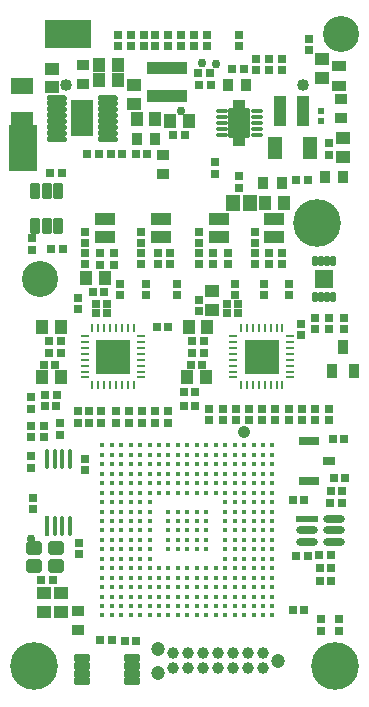
<source format=gts>
G04*
G04 #@! TF.GenerationSoftware,Altium Limited,Altium Designer,22.8.2 (66)*
G04*
G04 Layer_Color=8388736*
%FSLAX25Y25*%
%MOIN*%
G70*
G04*
G04 #@! TF.SameCoordinates,FBB38BD8-B248-4C14-88E0-E7BD1AE39475*
G04*
G04*
G04 #@! TF.FilePolarity,Negative*
G04*
G01*
G75*
%ADD36C,0.01575*%
%ADD42R,0.04545X0.05339*%
%ADD45R,0.02362X0.02165*%
G04:AMPARAMS|DCode=46|XSize=65.17mil|YSize=14.99mil|CornerRadius=7.5mil|HoleSize=0mil|Usage=FLASHONLY|Rotation=90.000|XOffset=0mil|YOffset=0mil|HoleType=Round|Shape=RoundedRectangle|*
%AMROUNDEDRECTD46*
21,1,0.06517,0.00000,0,0,90.0*
21,1,0.05018,0.01499,0,0,90.0*
1,1,0.01499,0.00000,0.02509*
1,1,0.01499,0.00000,-0.02509*
1,1,0.01499,0.00000,-0.02509*
1,1,0.01499,0.00000,0.02509*
%
%ADD46ROUNDEDRECTD46*%
%ADD47R,0.01499X0.06517*%
G04:AMPARAMS|DCode=48|XSize=9.84mil|YSize=23.62mil|CornerRadius=1.97mil|HoleSize=0mil|Usage=FLASHONLY|Rotation=180.000|XOffset=0mil|YOffset=0mil|HoleType=Round|Shape=RoundedRectangle|*
%AMROUNDEDRECTD48*
21,1,0.00984,0.01968,0,0,180.0*
21,1,0.00591,0.02362,0,0,180.0*
1,1,0.00394,-0.00295,0.00984*
1,1,0.00394,0.00295,0.00984*
1,1,0.00394,0.00295,-0.00984*
1,1,0.00394,-0.00295,-0.00984*
%
%ADD48ROUNDEDRECTD48*%
G04:AMPARAMS|DCode=49|XSize=23.62mil|YSize=9.84mil|CornerRadius=1.97mil|HoleSize=0mil|Usage=FLASHONLY|Rotation=180.000|XOffset=0mil|YOffset=0mil|HoleType=Round|Shape=RoundedRectangle|*
%AMROUNDEDRECTD49*
21,1,0.02362,0.00591,0,0,180.0*
21,1,0.01968,0.00984,0,0,180.0*
1,1,0.00394,-0.00984,0.00295*
1,1,0.00394,0.00984,0.00295*
1,1,0.00394,0.00984,-0.00295*
1,1,0.00394,-0.00984,-0.00295*
%
%ADD49ROUNDEDRECTD49*%
%ADD54R,0.13386X0.03858*%
%ADD57R,0.07301X0.02410*%
G04:AMPARAMS|DCode=58|XSize=73.01mil|YSize=24.1mil|CornerRadius=12.05mil|HoleSize=0mil|Usage=FLASHONLY|Rotation=0.000|XOffset=0mil|YOffset=0mil|HoleType=Round|Shape=RoundedRectangle|*
%AMROUNDEDRECTD58*
21,1,0.07301,0.00000,0,0,0.0*
21,1,0.04891,0.02410,0,0,0.0*
1,1,0.02410,0.02445,0.00000*
1,1,0.02410,-0.02445,0.00000*
1,1,0.02410,-0.02445,0.00000*
1,1,0.02410,0.02445,0.00000*
%
%ADD58ROUNDEDRECTD58*%
%ADD60R,0.04331X0.03150*%
%ADD61R,0.06693X0.03150*%
G04:AMPARAMS|DCode=66|XSize=33.59mil|YSize=55.24mil|CornerRadius=5.92mil|HoleSize=0mil|Usage=FLASHONLY|Rotation=180.000|XOffset=0mil|YOffset=0mil|HoleType=Round|Shape=RoundedRectangle|*
%AMROUNDEDRECTD66*
21,1,0.03359,0.04341,0,0,180.0*
21,1,0.02175,0.05524,0,0,180.0*
1,1,0.01184,-0.01088,0.02170*
1,1,0.01184,0.01088,0.02170*
1,1,0.01184,0.01088,-0.02170*
1,1,0.01184,-0.01088,-0.02170*
%
%ADD66ROUNDEDRECTD66*%
%ADD67R,0.07690X0.05524*%
%ADD68R,0.02756X0.02913*%
%ADD69R,0.02913X0.02756*%
G04:AMPARAMS|DCode=70|XSize=51.31mil|YSize=47.37mil|CornerRadius=6.36mil|HoleSize=0mil|Usage=FLASHONLY|Rotation=180.000|XOffset=0mil|YOffset=0mil|HoleType=Round|Shape=RoundedRectangle|*
%AMROUNDEDRECTD70*
21,1,0.05131,0.03465,0,0,180.0*
21,1,0.03858,0.04737,0,0,180.0*
1,1,0.01272,-0.01929,0.01732*
1,1,0.01272,0.01929,0.01732*
1,1,0.01272,0.01929,-0.01732*
1,1,0.01272,-0.01929,-0.01732*
%
%ADD70ROUNDEDRECTD70*%
%ADD71R,0.02800X0.02500*%
%ADD72R,0.09200X0.15200*%
%ADD73R,0.15200X0.09200*%
%ADD74R,0.02769X0.02965*%
%ADD75R,0.04540X0.04147*%
%ADD76R,0.04540X0.03753*%
%ADD77C,0.03950*%
%ADD78R,0.02500X0.02800*%
%ADD79R,0.03700X0.05100*%
%ADD80R,0.02965X0.02769*%
%ADD81R,0.04147X0.04540*%
G04:AMPARAMS|DCode=82|XSize=114.17mil|YSize=114.17mil|CornerRadius=1.71mil|HoleSize=0mil|Usage=FLASHONLY|Rotation=180.000|XOffset=0mil|YOffset=0mil|HoleType=Round|Shape=RoundedRectangle|*
%AMROUNDEDRECTD82*
21,1,0.11417,0.11075,0,0,180.0*
21,1,0.11075,0.11417,0,0,180.0*
1,1,0.00343,-0.05537,0.05537*
1,1,0.00343,0.05537,0.05537*
1,1,0.00343,0.05537,-0.05537*
1,1,0.00343,-0.05537,-0.05537*
%
%ADD82ROUNDEDRECTD82*%
G04:AMPARAMS|DCode=83|XSize=70.47mil|YSize=100mil|CornerRadius=4.71mil|HoleSize=0mil|Usage=FLASHONLY|Rotation=0.000|XOffset=0mil|YOffset=0mil|HoleType=Round|Shape=RoundedRectangle|*
%AMROUNDEDRECTD83*
21,1,0.07047,0.09059,0,0,0.0*
21,1,0.06106,0.10000,0,0,0.0*
1,1,0.00941,0.03053,-0.04530*
1,1,0.00941,-0.03053,-0.04530*
1,1,0.00941,-0.03053,0.04530*
1,1,0.00941,0.03053,0.04530*
%
%ADD83ROUNDEDRECTD83*%
G04:AMPARAMS|DCode=84|XSize=16.54mil|YSize=38.98mil|CornerRadius=4.74mil|HoleSize=0mil|Usage=FLASHONLY|Rotation=90.000|XOffset=0mil|YOffset=0mil|HoleType=Round|Shape=RoundedRectangle|*
%AMROUNDEDRECTD84*
21,1,0.01654,0.02950,0,0,90.0*
21,1,0.00706,0.03898,0,0,90.0*
1,1,0.00948,0.01475,0.00353*
1,1,0.00948,0.01475,-0.00353*
1,1,0.00948,-0.01475,-0.00353*
1,1,0.00948,-0.01475,0.00353*
%
%ADD84ROUNDEDRECTD84*%
%ADD85R,0.03753X0.04343*%
%ADD86R,0.04343X0.03753*%
%ADD87R,0.04147X0.09855*%
G04:AMPARAMS|DCode=88|XSize=65.09mil|YSize=19.02mil|CornerRadius=5.38mil|HoleSize=0mil|Usage=FLASHONLY|Rotation=0.000|XOffset=0mil|YOffset=0mil|HoleType=Round|Shape=RoundedRectangle|*
%AMROUNDEDRECTD88*
21,1,0.06509,0.00827,0,0,0.0*
21,1,0.05433,0.01902,0,0,0.0*
1,1,0.01076,0.02717,-0.00413*
1,1,0.01076,-0.02717,-0.00413*
1,1,0.01076,-0.02717,0.00413*
1,1,0.01076,0.02717,0.00413*
%
%ADD88ROUNDEDRECTD88*%
%ADD89R,0.07300X0.12001*%
%ADD90C,0.12000*%
G04:AMPARAMS|DCode=91|XSize=35.95mil|YSize=18.63mil|CornerRadius=7.72mil|HoleSize=0mil|Usage=FLASHONLY|Rotation=270.000|XOffset=0mil|YOffset=0mil|HoleType=Round|Shape=RoundedRectangle|*
%AMROUNDEDRECTD91*
21,1,0.03595,0.00319,0,0,270.0*
21,1,0.02051,0.01863,0,0,270.0*
1,1,0.01544,-0.00160,-0.01026*
1,1,0.01544,-0.00160,0.01026*
1,1,0.01544,0.00160,0.01026*
1,1,0.01544,0.00160,-0.01026*
%
%ADD91ROUNDEDRECTD91*%
%ADD92R,0.06312X0.05918*%
G04:AMPARAMS|DCode=93|XSize=25.72mil|YSize=53.28mil|CornerRadius=5.95mil|HoleSize=0mil|Usage=FLASHONLY|Rotation=270.000|XOffset=0mil|YOffset=0mil|HoleType=Round|Shape=RoundedRectangle|*
%AMROUNDEDRECTD93*
21,1,0.02572,0.04138,0,0,270.0*
21,1,0.01382,0.05328,0,0,270.0*
1,1,0.01190,-0.02069,-0.00691*
1,1,0.01190,-0.02069,0.00691*
1,1,0.01190,0.02069,0.00691*
1,1,0.01190,0.02069,-0.00691*
%
%ADD93ROUNDEDRECTD93*%
%ADD94R,0.03359X0.04147*%
%ADD95C,0.04137*%
%ADD96R,0.04964X0.07700*%
%ADD97R,0.03600X0.04200*%
%ADD98R,0.01902X0.03556*%
%ADD99C,0.04737*%
%ADD100C,0.04016*%
%ADD101C,0.15948*%
%ADD102C,0.03000*%
D36*
X32677Y83465D02*
D03*
X35827D02*
D03*
X38976D02*
D03*
X42126D02*
D03*
X45276D02*
D03*
X48425D02*
D03*
X51575D02*
D03*
X54724D02*
D03*
X57874D02*
D03*
X61024D02*
D03*
X64173D02*
D03*
X67323D02*
D03*
X70472D02*
D03*
X73622D02*
D03*
X76772D02*
D03*
X79921D02*
D03*
X83071D02*
D03*
X86221D02*
D03*
X89370D02*
D03*
X32677Y80315D02*
D03*
X35827D02*
D03*
X38976D02*
D03*
X42126D02*
D03*
X45276D02*
D03*
X48425D02*
D03*
X51575D02*
D03*
X54724D02*
D03*
X57874D02*
D03*
X61024D02*
D03*
X64173D02*
D03*
X67323D02*
D03*
X70472D02*
D03*
X73622D02*
D03*
X76772D02*
D03*
X79921D02*
D03*
X83071D02*
D03*
X86221D02*
D03*
X89370D02*
D03*
X32677Y77165D02*
D03*
X35827D02*
D03*
X38976D02*
D03*
X42126D02*
D03*
X45276D02*
D03*
X48425D02*
D03*
X51575D02*
D03*
X54724D02*
D03*
X57874D02*
D03*
X61024D02*
D03*
X64173D02*
D03*
X67323D02*
D03*
X70472D02*
D03*
X73622D02*
D03*
X76772D02*
D03*
X79921D02*
D03*
X83071D02*
D03*
X86221D02*
D03*
X89370D02*
D03*
X32677Y74016D02*
D03*
X35827D02*
D03*
X38976D02*
D03*
X42126D02*
D03*
X45276D02*
D03*
X48425D02*
D03*
X51575D02*
D03*
X54724D02*
D03*
X57874D02*
D03*
X61024D02*
D03*
X64173D02*
D03*
X67323D02*
D03*
X70472D02*
D03*
X73622D02*
D03*
X76772D02*
D03*
X79921D02*
D03*
X83071D02*
D03*
X86221D02*
D03*
X89370D02*
D03*
X32677Y70866D02*
D03*
X35827D02*
D03*
X38976D02*
D03*
X42126D02*
D03*
X45276D02*
D03*
X48425D02*
D03*
X51575D02*
D03*
X54724D02*
D03*
X57874D02*
D03*
X61024D02*
D03*
X64173D02*
D03*
X67323D02*
D03*
X70472D02*
D03*
X73622D02*
D03*
X76772D02*
D03*
X79921D02*
D03*
X83071D02*
D03*
X86221D02*
D03*
X89370D02*
D03*
X32677Y67716D02*
D03*
X35827D02*
D03*
X38976D02*
D03*
X42126D02*
D03*
X45276D02*
D03*
X48425D02*
D03*
X51575D02*
D03*
X54724D02*
D03*
X57874D02*
D03*
X61024D02*
D03*
X64173D02*
D03*
X67323D02*
D03*
X70472D02*
D03*
X73622D02*
D03*
X76772D02*
D03*
X79921D02*
D03*
X83071D02*
D03*
X86221D02*
D03*
X89370D02*
D03*
X32677Y64567D02*
D03*
X35827D02*
D03*
X38976D02*
D03*
X42126D02*
D03*
X45276D02*
D03*
X48425D02*
D03*
X73622D02*
D03*
X76772D02*
D03*
X79921D02*
D03*
X83071D02*
D03*
X86221D02*
D03*
X89370D02*
D03*
X32677Y61417D02*
D03*
X35827D02*
D03*
X38976D02*
D03*
X42126D02*
D03*
X45276D02*
D03*
X48425D02*
D03*
X54724D02*
D03*
X57874D02*
D03*
X61024D02*
D03*
X64173D02*
D03*
X67323D02*
D03*
X73622D02*
D03*
X76772D02*
D03*
X79921D02*
D03*
X83071D02*
D03*
X86221D02*
D03*
X89370D02*
D03*
X32677Y58268D02*
D03*
X35827D02*
D03*
X38976D02*
D03*
X42126D02*
D03*
X45276D02*
D03*
X48425D02*
D03*
X54724D02*
D03*
X57874D02*
D03*
X61024D02*
D03*
X64173D02*
D03*
X67323D02*
D03*
X73622D02*
D03*
X76772D02*
D03*
X79921D02*
D03*
X83071D02*
D03*
X86221D02*
D03*
X89370D02*
D03*
X32677Y55118D02*
D03*
X35827D02*
D03*
X38976D02*
D03*
X42126D02*
D03*
X45276D02*
D03*
X48425D02*
D03*
X54724D02*
D03*
X57874D02*
D03*
X61024D02*
D03*
X64173D02*
D03*
X67323D02*
D03*
X73622D02*
D03*
X76772D02*
D03*
X79921D02*
D03*
X83071D02*
D03*
X86221D02*
D03*
X89370D02*
D03*
X32677Y51968D02*
D03*
X35827D02*
D03*
X38976D02*
D03*
X42126D02*
D03*
X45276D02*
D03*
X48425D02*
D03*
X54724D02*
D03*
X57874D02*
D03*
X61024D02*
D03*
X64173D02*
D03*
X67323D02*
D03*
X73622D02*
D03*
X76772D02*
D03*
X79921D02*
D03*
X83071D02*
D03*
X86221D02*
D03*
X89370D02*
D03*
X32677Y48819D02*
D03*
X35827D02*
D03*
X38976D02*
D03*
X42126D02*
D03*
X45276D02*
D03*
X48425D02*
D03*
X54724D02*
D03*
X57874D02*
D03*
X61024D02*
D03*
X64173D02*
D03*
X67323D02*
D03*
X73622D02*
D03*
X76772D02*
D03*
X79921D02*
D03*
X83071D02*
D03*
X86221D02*
D03*
X89370D02*
D03*
X32677Y45669D02*
D03*
X35827D02*
D03*
X38976D02*
D03*
X42126D02*
D03*
X45276D02*
D03*
X48425D02*
D03*
X73622D02*
D03*
X76772D02*
D03*
X79921D02*
D03*
X83071D02*
D03*
X86221D02*
D03*
X89370D02*
D03*
X32677Y42520D02*
D03*
X35827D02*
D03*
X38976D02*
D03*
X42126D02*
D03*
X45276D02*
D03*
X48425D02*
D03*
X51575D02*
D03*
X54724D02*
D03*
X57874D02*
D03*
X61024D02*
D03*
X64173D02*
D03*
X67323D02*
D03*
X70472D02*
D03*
X73622D02*
D03*
X76772D02*
D03*
X79921D02*
D03*
X83071D02*
D03*
X86221D02*
D03*
X89370D02*
D03*
X32677Y39370D02*
D03*
X35827D02*
D03*
X38976D02*
D03*
X42126D02*
D03*
X45276D02*
D03*
X48425D02*
D03*
X51575D02*
D03*
X54724D02*
D03*
X57874D02*
D03*
X61024D02*
D03*
X64173D02*
D03*
X67323D02*
D03*
X70472D02*
D03*
X73622D02*
D03*
X76772D02*
D03*
X79921D02*
D03*
X83071D02*
D03*
X86221D02*
D03*
X89370D02*
D03*
X32677Y36220D02*
D03*
X35827D02*
D03*
X38976D02*
D03*
X42126D02*
D03*
X45276D02*
D03*
X48425D02*
D03*
X51575D02*
D03*
X54724D02*
D03*
X57874D02*
D03*
X61024D02*
D03*
X64173D02*
D03*
X67323D02*
D03*
X70472D02*
D03*
X73622D02*
D03*
X76772D02*
D03*
X79921D02*
D03*
X83071D02*
D03*
X86221D02*
D03*
X89370D02*
D03*
X32677Y33071D02*
D03*
X35827D02*
D03*
X38976D02*
D03*
X42126D02*
D03*
X45276D02*
D03*
X48425D02*
D03*
X51575D02*
D03*
X54724D02*
D03*
X57874D02*
D03*
X61024D02*
D03*
X64173D02*
D03*
X67323D02*
D03*
X70472D02*
D03*
X73622D02*
D03*
X76772D02*
D03*
X79921D02*
D03*
X83071D02*
D03*
X86221D02*
D03*
X89370D02*
D03*
X32677Y29921D02*
D03*
X35827D02*
D03*
X38976D02*
D03*
X42126D02*
D03*
X45276D02*
D03*
X48425D02*
D03*
X51575D02*
D03*
X54724D02*
D03*
X57874D02*
D03*
X61024D02*
D03*
X64173D02*
D03*
X67323D02*
D03*
X70472D02*
D03*
X73622D02*
D03*
X76772D02*
D03*
X79921D02*
D03*
X83071D02*
D03*
X86221D02*
D03*
X89370D02*
D03*
X32677Y26772D02*
D03*
X35827D02*
D03*
X38976D02*
D03*
X42126D02*
D03*
X45276D02*
D03*
X48425D02*
D03*
X51575D02*
D03*
X54724D02*
D03*
X57874D02*
D03*
X61024D02*
D03*
X64173D02*
D03*
X67323D02*
D03*
X70472D02*
D03*
X73622D02*
D03*
X76772D02*
D03*
X79921D02*
D03*
X83071D02*
D03*
X86221D02*
D03*
X89370D02*
D03*
D42*
X76276Y164173D02*
D03*
X81992D02*
D03*
D45*
X105512Y194980D02*
D03*
Y191634D02*
D03*
D46*
X14272Y78840D02*
D03*
X16831D02*
D03*
X19390D02*
D03*
X21949D02*
D03*
Y56593D02*
D03*
X19390D02*
D03*
X16831D02*
D03*
D47*
X14272D02*
D03*
D48*
X92716Y103543D02*
D03*
X90748D02*
D03*
X88779D02*
D03*
X86811D02*
D03*
X84842D02*
D03*
X82874D02*
D03*
X80905D02*
D03*
X78937D02*
D03*
Y122441D02*
D03*
X80905D02*
D03*
X82874D02*
D03*
X84842D02*
D03*
X86811D02*
D03*
X88779D02*
D03*
X90748D02*
D03*
X92716D02*
D03*
X43110Y103543D02*
D03*
X41142D02*
D03*
X39173D02*
D03*
X37205D02*
D03*
X35236D02*
D03*
X33268D02*
D03*
X31299D02*
D03*
X29331D02*
D03*
Y122441D02*
D03*
X31299D02*
D03*
X33268D02*
D03*
X35236D02*
D03*
X37205D02*
D03*
X39173D02*
D03*
X41142D02*
D03*
X43110D02*
D03*
D49*
X76378Y106102D02*
D03*
Y108071D02*
D03*
Y110039D02*
D03*
Y112008D02*
D03*
Y113976D02*
D03*
Y115945D02*
D03*
Y117913D02*
D03*
Y119882D02*
D03*
X95276D02*
D03*
Y117913D02*
D03*
Y115945D02*
D03*
Y113976D02*
D03*
Y112008D02*
D03*
Y110039D02*
D03*
Y108071D02*
D03*
Y106102D02*
D03*
X26772D02*
D03*
Y108071D02*
D03*
Y110039D02*
D03*
Y112008D02*
D03*
Y113976D02*
D03*
Y115945D02*
D03*
Y117913D02*
D03*
Y119882D02*
D03*
X45669D02*
D03*
Y117913D02*
D03*
Y115945D02*
D03*
Y113976D02*
D03*
Y112008D02*
D03*
Y110039D02*
D03*
Y108071D02*
D03*
Y106102D02*
D03*
D54*
X54331Y209390D02*
D03*
Y200059D02*
D03*
D57*
X100983Y58858D02*
D03*
D58*
Y55118D02*
D03*
Y51378D02*
D03*
X110040D02*
D03*
Y55118D02*
D03*
Y58858D02*
D03*
D60*
X108071Y78347D02*
D03*
D61*
X101575Y85039D02*
D03*
Y71653D02*
D03*
D66*
X10360Y168207D02*
D03*
X14100D02*
D03*
X17840D02*
D03*
Y156593D02*
D03*
X14100D02*
D03*
X10360D02*
D03*
D67*
X5900Y191991D02*
D03*
Y203409D02*
D03*
D68*
X16968Y110236D02*
D03*
X13189D02*
D03*
X32010Y18700D02*
D03*
X35790D02*
D03*
X39291Y180709D02*
D03*
X35512D02*
D03*
X33190Y134500D02*
D03*
X29410D02*
D03*
X19090Y174300D02*
D03*
X15310D02*
D03*
X105197Y42520D02*
D03*
X108976D02*
D03*
X97323Y46457D02*
D03*
X101102D02*
D03*
X108740Y68110D02*
D03*
X112520D02*
D03*
X62283Y110236D02*
D03*
X66063D02*
D03*
X109803Y72441D02*
D03*
X113583D02*
D03*
X79843Y209055D02*
D03*
X76063D02*
D03*
X56389Y187019D02*
D03*
X60168D02*
D03*
D69*
X24900Y47110D02*
D03*
Y50890D02*
D03*
X24500Y128910D02*
D03*
Y132690D02*
D03*
X78347Y216614D02*
D03*
Y220394D02*
D03*
X113386Y122126D02*
D03*
Y125906D02*
D03*
X64961Y128110D02*
D03*
Y131890D02*
D03*
X83465Y147559D02*
D03*
Y143780D02*
D03*
Y150866D02*
D03*
Y154646D02*
D03*
X64961Y150866D02*
D03*
Y154646D02*
D03*
Y147559D02*
D03*
Y143780D02*
D03*
X45669Y150866D02*
D03*
Y154646D02*
D03*
Y147559D02*
D03*
Y143780D02*
D03*
X26772Y147559D02*
D03*
Y143780D02*
D03*
Y150866D02*
D03*
Y154646D02*
D03*
X26772Y79055D02*
D03*
Y75276D02*
D03*
X108268Y95591D02*
D03*
Y91811D02*
D03*
X78347Y169370D02*
D03*
Y173150D02*
D03*
D70*
X17081Y49266D02*
D03*
X9994D02*
D03*
X17081Y43360D02*
D03*
X9994D02*
D03*
D71*
X83858Y212330D02*
D03*
Y208530D02*
D03*
X13100Y86200D02*
D03*
Y90000D02*
D03*
X101600Y215200D02*
D03*
Y219000D02*
D03*
X90382Y91801D02*
D03*
Y95601D02*
D03*
X81609Y95601D02*
D03*
Y91801D02*
D03*
X111700Y25522D02*
D03*
Y21722D02*
D03*
X105512Y25522D02*
D03*
Y21722D02*
D03*
X85996Y95601D02*
D03*
Y91801D02*
D03*
X68110Y95601D02*
D03*
Y91801D02*
D03*
X54724Y94813D02*
D03*
Y91013D02*
D03*
X103543Y95601D02*
D03*
Y91801D02*
D03*
X99156Y95601D02*
D03*
Y91801D02*
D03*
X94769Y95601D02*
D03*
Y91801D02*
D03*
X77222Y95601D02*
D03*
Y91801D02*
D03*
X72835Y95601D02*
D03*
Y91801D02*
D03*
X37177Y94813D02*
D03*
Y91013D02*
D03*
X50337Y94813D02*
D03*
Y91013D02*
D03*
X41563Y94813D02*
D03*
Y91013D02*
D03*
X32283Y94813D02*
D03*
Y91013D02*
D03*
X24409Y94813D02*
D03*
Y91013D02*
D03*
X45950Y94813D02*
D03*
Y91013D02*
D03*
X9055Y99538D02*
D03*
Y95738D02*
D03*
X69685Y147687D02*
D03*
Y143887D02*
D03*
X74410Y147687D02*
D03*
Y143887D02*
D03*
X55118Y147687D02*
D03*
Y143887D02*
D03*
X51181Y147569D02*
D03*
Y143769D02*
D03*
X47244Y133533D02*
D03*
Y137333D02*
D03*
X36614Y147452D02*
D03*
Y143652D02*
D03*
X31890Y147452D02*
D03*
Y143652D02*
D03*
X88189Y147569D02*
D03*
Y143769D02*
D03*
X92713Y147569D02*
D03*
Y143769D02*
D03*
X86614Y133533D02*
D03*
Y137333D02*
D03*
X108268Y184184D02*
D03*
Y180384D02*
D03*
X70079Y177884D02*
D03*
Y174084D02*
D03*
X54724Y220404D02*
D03*
Y216604D02*
D03*
X63386Y220404D02*
D03*
Y216604D02*
D03*
X92520Y212330D02*
D03*
Y208530D02*
D03*
X88189Y212330D02*
D03*
Y208530D02*
D03*
X50394Y220404D02*
D03*
Y216604D02*
D03*
X46457Y220404D02*
D03*
Y216604D02*
D03*
X9400Y148700D02*
D03*
Y152500D02*
D03*
X28403Y91013D02*
D03*
Y94813D02*
D03*
X9055Y79853D02*
D03*
Y76053D02*
D03*
X9449Y66073D02*
D03*
Y62273D02*
D03*
X18504Y90876D02*
D03*
Y87076D02*
D03*
X9055Y90000D02*
D03*
Y86200D02*
D03*
X42100Y220400D02*
D03*
Y216600D02*
D03*
X37800Y220400D02*
D03*
Y216600D02*
D03*
X67716Y216604D02*
D03*
Y220404D02*
D03*
X59055D02*
D03*
Y216604D02*
D03*
D72*
X6100Y182600D02*
D03*
D73*
X21400Y220700D02*
D03*
D74*
X40230Y18200D02*
D03*
X43970D02*
D03*
X74114Y127559D02*
D03*
X77854D02*
D03*
X74114Y130709D02*
D03*
X77854D02*
D03*
X50829Y122835D02*
D03*
X54569D02*
D03*
X30413Y130709D02*
D03*
X34154D02*
D03*
X30413Y127559D02*
D03*
X34154D02*
D03*
X99902Y28740D02*
D03*
X96161D02*
D03*
X101083Y172047D02*
D03*
X97342D02*
D03*
X68799Y203543D02*
D03*
X65059D02*
D03*
D75*
X18800Y27950D02*
D03*
Y34250D02*
D03*
X105905Y205947D02*
D03*
Y212246D02*
D03*
X69279Y135039D02*
D03*
Y128740D02*
D03*
X13200Y34250D02*
D03*
Y27950D02*
D03*
X112992Y179528D02*
D03*
Y185827D02*
D03*
X43307Y203543D02*
D03*
Y197244D02*
D03*
X15748Y202756D02*
D03*
Y209055D02*
D03*
D76*
X111417Y203346D02*
D03*
Y210039D02*
D03*
D77*
X66378Y9173D02*
D03*
Y14173D02*
D03*
X81378Y9173D02*
D03*
Y14173D02*
D03*
X86378D02*
D03*
X76378D02*
D03*
X71378D02*
D03*
X61378D02*
D03*
X56378D02*
D03*
Y9173D02*
D03*
X61378D02*
D03*
X71378D02*
D03*
X76378D02*
D03*
X86378D02*
D03*
D78*
X31428Y180709D02*
D03*
X27628D02*
D03*
X66467Y114173D02*
D03*
X62667D02*
D03*
X66467Y118110D02*
D03*
X62667D02*
D03*
X108869Y46850D02*
D03*
X105069D02*
D03*
X108987Y38189D02*
D03*
X105187D02*
D03*
X99932Y65354D02*
D03*
X96131D02*
D03*
X108730Y64117D02*
D03*
X112530D02*
D03*
X109517Y85433D02*
D03*
X113317D02*
D03*
X59911Y101181D02*
D03*
X63711D02*
D03*
X18829Y118110D02*
D03*
X15029D02*
D03*
X18829Y114173D02*
D03*
X15029D02*
D03*
X17300Y96600D02*
D03*
X13500D02*
D03*
X17500Y100400D02*
D03*
X13700D02*
D03*
X68435Y207480D02*
D03*
X64635D02*
D03*
X43769Y180709D02*
D03*
X47569D02*
D03*
X19500Y148800D02*
D03*
X15700D02*
D03*
X12273Y38746D02*
D03*
X16073D02*
D03*
X59911Y96457D02*
D03*
X63711D02*
D03*
D79*
X109252Y108205D02*
D03*
X116732D02*
D03*
X112992Y116205D02*
D03*
D80*
X76878Y137303D02*
D03*
Y133563D02*
D03*
X57480Y137303D02*
D03*
Y133563D02*
D03*
X108268Y125886D02*
D03*
Y122146D02*
D03*
X103543Y125886D02*
D03*
Y122146D02*
D03*
X94882Y137303D02*
D03*
Y133563D02*
D03*
X98819Y120177D02*
D03*
Y123917D02*
D03*
X38583Y133563D02*
D03*
Y137303D02*
D03*
D81*
X18898Y122835D02*
D03*
X12598D02*
D03*
X61417D02*
D03*
X67716D02*
D03*
X61024Y106299D02*
D03*
X67323D02*
D03*
X27250Y139100D02*
D03*
X33550D02*
D03*
X12598Y106299D02*
D03*
X18898D02*
D03*
X55118Y191732D02*
D03*
X61417D02*
D03*
X50394Y192126D02*
D03*
X44094D02*
D03*
X31496Y210236D02*
D03*
X37795D02*
D03*
X31496Y205118D02*
D03*
X37795D02*
D03*
X93307Y164173D02*
D03*
X87008D02*
D03*
D82*
X85827Y112992D02*
D03*
X36220D02*
D03*
D83*
X78347Y190945D02*
D03*
D84*
X72539Y194882D02*
D03*
Y192913D02*
D03*
Y190945D02*
D03*
Y188976D02*
D03*
Y187008D02*
D03*
X84153D02*
D03*
Y188976D02*
D03*
Y190945D02*
D03*
Y192913D02*
D03*
Y194882D02*
D03*
D85*
X80709Y203543D02*
D03*
X74410D02*
D03*
X86221Y170866D02*
D03*
X92520D02*
D03*
X44094Y185433D02*
D03*
X50394D02*
D03*
D86*
X112311Y198933D02*
D03*
Y192634D02*
D03*
X24500Y21950D02*
D03*
Y28250D02*
D03*
X26378Y203937D02*
D03*
Y210236D02*
D03*
X53040Y173830D02*
D03*
Y180129D02*
D03*
D87*
X99508Y194882D02*
D03*
X91831D02*
D03*
D88*
X17480Y199409D02*
D03*
Y197441D02*
D03*
Y195473D02*
D03*
Y193504D02*
D03*
Y191535D02*
D03*
Y189567D02*
D03*
Y187598D02*
D03*
Y185630D02*
D03*
X34488D02*
D03*
Y187598D02*
D03*
Y189567D02*
D03*
Y191535D02*
D03*
Y193504D02*
D03*
Y195473D02*
D03*
Y197441D02*
D03*
Y199409D02*
D03*
D89*
X25984Y192520D02*
D03*
D90*
X112205Y220472D02*
D03*
X11811Y138976D02*
D03*
D91*
X109449Y144843D02*
D03*
X107480D02*
D03*
X105512D02*
D03*
X103543D02*
D03*
Y133071D02*
D03*
X105512D02*
D03*
X107480D02*
D03*
X109449D02*
D03*
D92*
X106496Y138957D02*
D03*
D93*
X25834Y12439D02*
D03*
Y9879D02*
D03*
Y7321D02*
D03*
Y4761D02*
D03*
X42566Y12439D02*
D03*
Y9879D02*
D03*
Y7321D02*
D03*
Y4761D02*
D03*
D94*
X35276Y158780D02*
D03*
X31890D02*
D03*
X35276Y153032D02*
D03*
X31890D02*
D03*
X91732Y158780D02*
D03*
X88346D02*
D03*
X91732Y153032D02*
D03*
X88346D02*
D03*
X73176Y158780D02*
D03*
X69790D02*
D03*
X73176Y153032D02*
D03*
X69790D02*
D03*
X53832Y158780D02*
D03*
X50446D02*
D03*
X53832Y153032D02*
D03*
X50446D02*
D03*
D95*
X79921Y87795D02*
D03*
D96*
X101772Y182677D02*
D03*
X90354D02*
D03*
D97*
X112854Y172835D02*
D03*
X106831D02*
D03*
D98*
X77362Y197047D02*
D03*
X79331D02*
D03*
Y184843D02*
D03*
X77362D02*
D03*
D99*
X91378Y11673D02*
D03*
X51378Y15673D02*
D03*
Y7673D02*
D03*
D100*
X99665Y203425D02*
D03*
X20413D02*
D03*
D101*
X110236Y9843D02*
D03*
X104331Y157480D02*
D03*
X9843Y9843D02*
D03*
D102*
X8900Y52300D02*
D03*
X70600Y210600D02*
D03*
X66000Y210800D02*
D03*
X58800Y195063D02*
D03*
M02*

</source>
